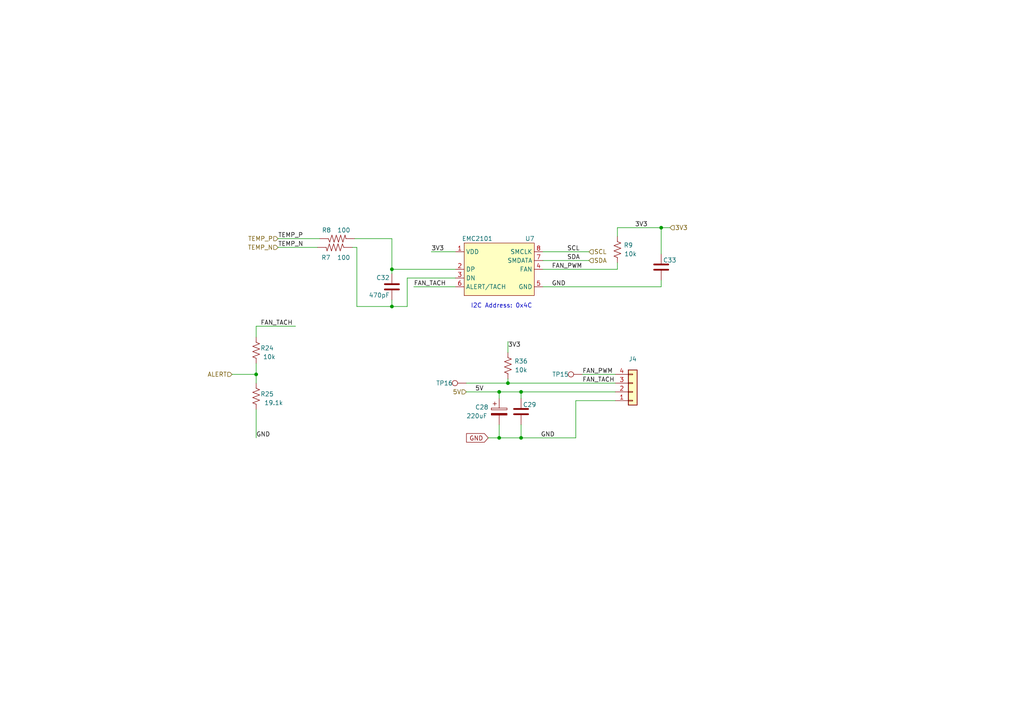
<source format=kicad_sch>
(kicad_sch (version 20211123) (generator eeschema)
  (paper "A4")
  (lib_symbols
    (symbol "Connector:TestPoint" (pin_numbers hide) (pin_names (offset 0.762) hide)
      (property "Reference" "TP" (at 0 6.858 0))
      (property "Value" "TestPoint" (at 0 5.08 0))
      (symbol "TestPoint_0_1"
        (circle (center 0 3.302) (radius 0.762))
      )
      (symbol "TestPoint_1_1"
        (pin passive line (at 0 0 90) (length 2.54) (name "1") (number "1"))
      )
    )
    (symbol "Connector_Generic:Conn_01x04" (pin_names (offset 1.016) hide)
      (property "Reference" "J" (at 0 5.08 0))
      (property "Value" "Conn_01x04" (at 0 -7.62 0))
      (symbol "Conn_01x04_1_1"
        (rectangle (start -1.27 -4.953) (end 0 -5.207) (stroke (width 0.1524)))
        (rectangle (start -1.27 -2.413) (end 0 -2.667) (stroke (width 0.1524)))
        (rectangle (start -1.27 0.127) (end 0 -0.127) (stroke (width 0.1524)))
        (rectangle (start -1.27 2.667) (end 0 2.413) (stroke (width 0.1524)))
        (rectangle (start -1.27 3.81) (end 1.27 -6.35) (stroke (width 0.254)) (fill (type background)))
        (pin passive line (at -5.08 2.54 0) (length 3.81) (name "Pin_1") (number "1"))
        (pin passive line (at -5.08 0 0) (length 3.81) (name "Pin_2") (number "2"))
        (pin passive line (at -5.08 -2.54 0) (length 3.81) (name "Pin_3") (number "3"))
        (pin passive line (at -5.08 -5.08 0) (length 3.81) (name "Pin_4") (number "4"))
      )
    )
    (symbol "DayMiner-eagle-import:RESISTOR0402-RES"
      (property "Reference" "R" (at -3.81 1.4986 0))
      (property "Value" "RESISTOR0402-RES" (at -3.81 -3.302 0))
      (symbol "RESISTOR0402-RES_1_0"
        (polyline (pts (xy -2.54 0) (xy -2.159 1.016)) (stroke (width 0.1524)))
        (polyline (pts (xy -2.159 1.016) (xy -1.524 -1.016)) (stroke (width 0.1524)))
        (polyline (pts (xy -1.524 -1.016) (xy -0.889 1.016)) (stroke (width 0.1524)))
        (polyline (pts (xy -0.889 1.016) (xy -0.254 -1.016)) (stroke (width 0.1524)))
        (polyline (pts (xy -0.254 -1.016) (xy 0.381 1.016)) (stroke (width 0.1524)))
        (polyline (pts (xy 0.381 1.016) (xy 1.016 -1.016)) (stroke (width 0.1524)))
        (polyline (pts (xy 1.016 -1.016) (xy 1.651 1.016)) (stroke (width 0.1524)))
        (polyline (pts (xy 1.651 1.016) (xy 2.286 -1.016)) (stroke (width 0.1524)))
        (polyline (pts (xy 2.286 -1.016) (xy 2.54 0)) (stroke (width 0.1524)))
        (pin passive line (at -5.08 0 0) (length 2.54) (name "1") (number "1"))
        (pin passive line (at 5.08 0 180) (length 2.54) (name "2") (number "2"))
      )
    )
    (symbol "Device:C" (pin_numbers hide) (pin_names (offset 0.254))
      (property "Reference" "C" (at 0.635 2.54 0))
      (property "Value" "C" (at 0.635 -2.54 0))
      (symbol "C_0_1"
        (polyline (pts (xy -2.032 -0.762) (xy 2.032 -0.762)) (stroke (width 0.508)))
        (polyline (pts (xy -2.032 0.762) (xy 2.032 0.762)) (stroke (width 0.508)))
      )
      (symbol "C_1_1"
        (pin passive line (at 0 3.81 270) (length 2.794) (name "~") (number "1"))
        (pin passive line (at 0 -3.81 90) (length 2.794) (name "~") (number "2"))
      )
    )
    (symbol "Device:C_Polarized" (pin_numbers hide) (pin_names (offset 0.254))
      (property "Reference" "C" (at 0.635 2.54 0))
      (property "Value" "C_Polarized" (at 0.635 -2.54 0))
      (symbol "C_Polarized_0_1"
        (rectangle (start -2.286 0.508) (end 2.286 1.016))
        (polyline (pts (xy -1.778 2.286) (xy -0.762 2.286)))
        (polyline (pts (xy -1.27 2.794) (xy -1.27 1.778)))
        (rectangle (start 2.286 -0.508) (end -2.286 -1.016) (fill (type outline)))
      )
      (symbol "C_Polarized_1_1"
        (pin passive line (at 0 3.81 270) (length 2.794) (name "~") (number "1"))
        (pin passive line (at 0 -3.81 90) (length 2.794) (name "~") (number "2"))
      )
    )
    (symbol "Device:R_US" (pin_numbers hide) (pin_names (offset 0))
      (property "Reference" "R" (at 2.54 0 90))
      (property "Value" "R_US" (at -2.54 0 90))
      (symbol "R_US_0_1"
        (polyline (pts (xy 0 -2.286) (xy 0 -2.54)))
        (polyline (pts (xy 0 2.286) (xy 0 2.54)))
        (polyline (pts (xy 0 -0.762) (xy 1.016 -1.143) (xy 0 -1.524) (xy -1.016 -1.905) (xy 0 -2.286)))
        (polyline (pts (xy 0 0.762) (xy 1.016 0.381) (xy 0 0) (xy -1.016 -0.381) (xy 0 -0.762)))
        (polyline (pts (xy 0 2.286) (xy 1.016 1.905) (xy 0 1.524) (xy -1.016 1.143) (xy 0 0.762)))
      )
      (symbol "R_US_1_1"
        (pin passive line (at 0 3.81 270) (length 1.27) (name "~") (number "1"))
        (pin passive line (at 0 -3.81 90) (length 1.27) (name "~") (number "2"))
      )
    )
    (symbol "dayminer:EMC2101"
      (property "Reference" "U" (at 8.89 8.89 0))
      (property "Value" "EMC2101" (at -6.35 8.89 0))
      (symbol "EMC2101_0_1"
        (rectangle (start -10.16 7.62) (end 10.16 -7.62) (stroke (width 0.1524)) (fill (type background)))
      )
      (symbol "EMC2101_1_1"
        (pin power_in line (at -12.7 5.08 0) (length 2.54) (name "VDD") (number "1"))
        (pin input line (at -12.7 0 0) (length 2.54) (name "DP") (number "2"))
        (pin input line (at -12.7 -2.54 0) (length 2.54) (name "DN") (number "3"))
        (pin output line (at 12.7 0 180) (length 2.54) (name "FAN") (number "4"))
        (pin power_in line (at 12.7 -5.08 180) (length 2.54) (name "GND") (number "5"))
        (pin input line (at -12.7 -5.08 0) (length 2.54) (name "ALERT/TACH") (number "6"))
        (pin input line (at 12.7 2.54 180) (length 2.54) (name "SMDATA") (number "7"))
        (pin input line (at 12.7 5.08 180) (length 2.54) (name "SMCLK") (number "8"))
      )
    )
  )
  (junction (at 113.665 78.105))
  (junction (at 74.295 108.585))
  (junction (at 191.77 66.04))
  (junction (at 151.13 113.665))
  (junction (at 147.32 111.125))
  (junction (at 144.78 113.665))
  (junction (at 113.665 88.9))
  (junction (at 144.78 127))
  (junction (at 151.13 127))
  (wire (pts (xy 157.48 73.025) (xy 170.815 73.025)))
  (wire (pts (xy 144.78 123.19) (xy 144.78 127)))
  (wire (pts (xy 135.255 111.125) (xy 147.32 111.125)))
  (wire (pts (xy 144.78 127) (xy 151.13 127)))
  (wire (pts (xy 80.645 71.755) (xy 92.075 71.755)))
  (wire (pts (xy 103.505 88.9) (xy 113.665 88.9)))
  (wire (pts (xy 179.07 66.04) (xy 191.77 66.04)))
  (wire (pts (xy 113.665 69.215) (xy 102.87 69.215)))
  (wire (pts (xy 194.31 66.04) (xy 191.77 66.04)))
  (wire (pts (xy 80.645 69.215) (xy 92.71 69.215)))
  (wire (pts (xy 120.015 83.185) (xy 132.08 83.185)))
  (wire (pts (xy 147.32 111.125) (xy 178.435 111.125)))
  (wire (pts (xy 147.32 99.06) (xy 147.32 102.235)))
  (wire (pts (xy 157.48 75.565) (xy 170.815 75.565)))
  (wire (pts (xy 144.78 113.665) (xy 151.13 113.665)))
  (wire (pts (xy 167.005 116.205) (xy 167.005 127)))
  (wire (pts (xy 132.08 78.105) (xy 113.665 78.105)))
  (wire (pts (xy 125.095 73.025) (xy 132.08 73.025)))
  (wire (pts (xy 118.11 88.9) (xy 118.11 80.645)))
  (wire (pts (xy 191.77 81.28) (xy 191.77 83.185)))
  (wire (pts (xy 103.505 71.755) (xy 102.235 71.755)))
  (wire (pts (xy 113.665 78.105) (xy 113.665 79.375)))
  (wire (pts (xy 74.295 105.41) (xy 74.295 108.585)))
  (wire (pts (xy 191.77 66.04) (xy 191.77 73.66)))
  (wire (pts (xy 113.665 78.105) (xy 113.665 69.215)))
  (wire (pts (xy 179.07 66.04) (xy 179.07 68.58)))
  (wire (pts (xy 151.13 113.665) (xy 151.13 115.57)))
  (wire (pts (xy 113.665 88.9) (xy 118.11 88.9)))
  (wire (pts (xy 179.07 78.105) (xy 179.07 76.2)))
  (wire (pts (xy 74.295 108.585) (xy 74.295 111.125)))
  (wire (pts (xy 167.005 116.205) (xy 178.435 116.205)))
  (wire (pts (xy 103.505 71.755) (xy 103.505 88.9)))
  (wire (pts (xy 168.91 108.585) (xy 178.435 108.585)))
  (wire (pts (xy 151.13 113.665) (xy 178.435 113.665)))
  (wire (pts (xy 67.31 108.585) (xy 74.295 108.585)))
  (wire (pts (xy 157.48 83.185) (xy 191.77 83.185)))
  (wire (pts (xy 147.32 109.855) (xy 147.32 111.125)))
  (wire (pts (xy 74.295 97.79) (xy 74.295 94.615)))
  (wire (pts (xy 157.48 78.105) (xy 179.07 78.105)))
  (wire (pts (xy 135.255 113.665) (xy 144.78 113.665)))
  (wire (pts (xy 132.08 80.645) (xy 118.11 80.645)))
  (wire (pts (xy 141.605 127) (xy 144.78 127)))
  (wire (pts (xy 144.78 113.665) (xy 144.78 115.57)))
  (wire (pts (xy 151.13 127) (xy 167.005 127)))
  (wire (pts (xy 113.665 86.995) (xy 113.665 88.9)))
  (wire (pts (xy 74.295 94.615) (xy 85.725 94.615)))
  (wire (pts (xy 151.13 123.19) (xy 151.13 127)))
  (wire (pts (xy 74.295 118.745) (xy 74.295 127)))
  (text "I2C Address: 0x4C" (at 136.525 89.535 0) (effects (font (size 1.27 1.27)) (justify left bottom)))
  (label "GND" (at 74.295 127 0))
  (label "FAN_PWM" (at 160.02 78.105 0))
  (label "TEMP_P" (at 80.645 69.215 0))
  (label "GND" (at 160.02 83.185 0))
  (label "SCL" (at 164.465 73.025 0))
  (label "FAN_TACH" (at 120.015 83.185 0))
  (label "GND" (at 156.845 127 0))
  (label "3V3" (at 147.32 100.965 0))
  (label "FAN_PWM" (at 168.91 108.585 0))
  (label "3V3" (at 184.15 66.04 0))
  (label "3V3" (at 125.095 73.025 0))
  (label "TEMP_N" (at 80.645 71.755 0))
  (label "5V" (at 137.795 113.665 0))
  (label "SDA" (at 164.465 75.565 0))
  (label "FAN_TACH" (at 75.565 94.615 0))
  (label "FAN_TACH" (at 168.91 111.125 0))
  (global_label "GND" (shape input) (at 141.605 127 180) (property "Intersheet References" "${INTERSHEET_REFS}" (effects hide)))
  (hierarchical_label "5V" (shape input) (at 135.255 113.665 180))
  (hierarchical_label "TEMP_P" (shape input) (at 80.645 69.215 180))
  (hierarchical_label "ALERT" (shape input) (at 67.31 108.585 180))
  (hierarchical_label "SCL" (shape input) (at 170.815 73.025 0))
  (hierarchical_label "TEMP_N" (shape input) (at 80.645 71.755 180))
  (hierarchical_label "SDA" (shape input) (at 170.815 75.565 0))
  (hierarchical_label "3V3" (shape input) (at 194.31 66.04 0))
  (symbol (lib_id "Connector:TestPoint") (at 168.91 108.585 90) (mirror x) (unit 1)
    (property "Reference" "TP15" (at 162.56 108.585 90))
    (property "Value" "TestPoint" (effects hide))
    (property "Footprint" "TestPoint:TestPoint_Pad_D1.5mm" (effects hide))
    (property "DNP" "T" (effects hide))
  )
  (symbol (lib_id "Device:R_US") (at 147.32 106.045 180) (unit 1)
    (property "Reference" "R36" (at 151.13 104.775 0))
    (property "Value" "10k" (at 151.13 107.315 0))
    (property "Footprint" "Resistor_SMD:R_0402_1005Metric" (effects hide))
    (property "DK" "311-10KJRCT-ND" (effects hide))
  )
  (symbol (lib_id "Device:C") (at 191.77 77.47 0) (mirror y) (unit 1)
    (property "Reference" "C33" (at 196.215 76.2 0) (effects (justify left bottom)))
    (property "Value" "0.1uF" (at 198.12 80.645 0) (effects (justify left bottom)))
    (property "Footprint" "Capacitor_SMD:C_0402_1005Metric" (effects hide))
    (property "Value" "311-3342-1-ND" (effects hide))
    (property "DK" "1292-1639-1-ND" (effects hide))
  )
  (symbol (lib_id "Device:C") (at 151.13 119.38 0) (mirror y) (unit 1)
    (property "Reference" "C29" (at 155.575 118.11 0) (effects (justify left bottom)))
    (property "Value" "0.1uF" (at 157.48 122.555 0) (effects (justify left bottom)))
    (property "Footprint" "Capacitor_SMD:C_0402_1005Metric" (effects hide))
    (property "Value" "311-3342-1-ND" (effects hide))
    (property "DK" "1292-1639-1-ND" (effects hide))
  )
  (symbol (lib_id "Device:R_US") (at 74.295 101.6 180) (unit 1)
    (property "Reference" "R24" (at 77.47 100.965 0))
    (property "Value" "10k" (at 78.105 103.505 0))
    (property "Footprint" "Resistor_SMD:R_0402_1005Metric" (effects hide))
    (property "DK" "311-10KJRCT-ND" (effects hide))
  )
  (symbol (lib_id "DayMiner-eagle-import:RESISTOR0402-RES") (at 97.79 69.215 0) (mirror x) (unit 1)
    (property "Reference" "R8" (at 93.345 66.04 0) (effects (justify left bottom)))
    (property "Value" "100" (at 97.79 66.04 0) (effects (justify left bottom)))
    (property "Footprint" "Resistor_SMD:R_0402_1005Metric" (effects hide))
    (property "DK" "RMCF0402FT100RCT-ND" (effects hide))
  )
  (symbol (lib_id "Connector_Generic:Conn_01x04") (at 183.515 113.665 0) (mirror x) (unit 1)
    (property "Reference" "J4" (at 183.515 104.14 0))
    (property "Value" "Conn_01x04" (effects hide))
    (property "Footprint" "Connector_Molex:Molex_KK-254_AE-6410-04A_1x04_P2.54mm_Vertical" (effects hide))
    (property "PARTNO" "0022232041" (effects hide))
    (property "DK" "WM4202-ND" (effects hide))
  )
  (symbol (lib_id "Device:R_US") (at 74.295 114.935 180) (unit 1)
    (property "Reference" "R25" (at 77.47 114.3 0))
    (property "Value" "19.1k" (at 79.375 116.84 0))
    (property "Footprint" "Resistor_SMD:R_0402_1005Metric" (effects hide))
    (property "DK" "YAG3027CT-ND" (effects hide))
  )
  (symbol (lib_id "Device:C") (at 113.665 83.185 0) (mirror y) (unit 1)
    (property "Reference" "C32" (at 113.03 81.28 0) (effects (justify left bottom)))
    (property "Value" "470pF" (at 113.03 86.36 0) (effects (justify left bottom)))
    (property "Footprint" "Capacitor_SMD:C_0402_1005Metric" (effects hide))
    (property "DK" "1276-1566-1-ND" (effects hide))
  )
  (symbol (lib_id "Connector:TestPoint") (at 135.255 111.125 90) (mirror x) (unit 1)
    (property "Reference" "TP16" (at 128.905 111.125 90))
    (property "Value" "TestPoint" (effects hide))
    (property "Footprint" "TestPoint:TestPoint_Pad_D1.5mm" (effects hide))
    (property "DNP" "T" (effects hide))
  )
  (symbol (lib_id "DayMiner-eagle-import:RESISTOR0402-RES") (at 97.155 71.755 0) (mirror y) (unit 1)
    (property "Reference" "R7" (at 95.885 75.435 0) (effects (justify left bottom)))
    (property "Value" "100" (at 101.6 75.435 0) (effects (justify left bottom)))
    (property "Footprint" "Resistor_SMD:R_0402_1005Metric" (effects hide))
    (property "DK" "RMCF0402FT100RCT-ND" (effects hide))
  )
  (symbol (lib_id "Device:C_Polarized") (at 144.78 119.38 0) (unit 1)
    (property "Reference" "C28" (at 137.795 118.11 0) (effects (justify left)))
    (property "Value" "220uF" (at 135.255 120.65 0) (effects (justify left)))
    (property "Footprint" "Capacitor_SMD:CP_Elec_6.3x7.7" (effects hide))
    (property "DK" "732-8422-1-ND" (effects hide))
    (property "PARTNO" "865080345012" (effects hide))
  )
  (symbol (lib_id "Device:R_US") (at 179.07 72.39 180) (unit 1)
    (property "Reference" "R9" (at 182.245 71.12 0))
    (property "Value" "10k" (at 182.88 73.66 0))
    (property "Footprint" "Resistor_SMD:R_0402_1005Metric" (effects hide))
    (property "DK" "311-10KJRCT-ND" (effects hide))
  )
  (symbol (lib_id "dayminer:EMC2101") (at 144.78 78.105 0) (unit 1)
    (property "Reference" "U7" (at 153.67 69.215 0))
    (property "Value" "EMC2101" (at 138.43 69.215 0))
    (property "Footprint" "Package_SO:TSSOP-8_3x3mm_P0.65mm" (effects hide))
    (property "Datasheet" "https://ww1.microchip.com/downloads/en/DeviceDoc/2101.pdf" (effects hide))
    (property "DK" "EMC2101-R-ACZL-CT-ND" (effects hide))
    (property "PARTNO" "EMC2101-R-ACZL-TR" (effects hide))
  )
)
</source>
